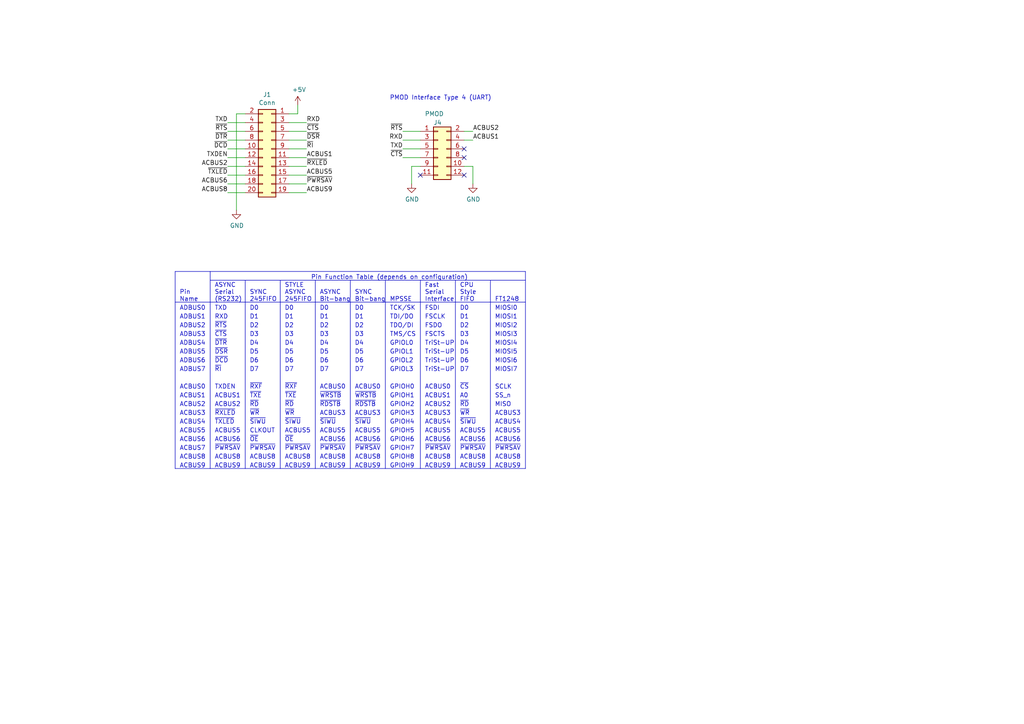
<source format=kicad_sch>
(kicad_sch (version 20230121) (generator eeschema)
  (paper "A4")
  (title_block (title "ftdi uart pmod adapter") (rev "V1.0a") (company "1BitSquared") (comment 1 "2018 (C) 1BitSquared <info@1bitsquared.com>") (comment 2 "2018 (C) Piotr Esden-Tempski <piotr@esden.net>") (comment 3 "License: CC-BY-SA 4.0"))
  (lib_symbols
    (symbol "Connector_Generic:Conn_02x06_Odd_Even" (pin_names (offset 1.016) hide)
      (property "Reference" "J" (at 1.27 7.62 0))
      (property "Value" "Conn_02x06_Odd_Even" (at 1.27 -10.16 0))
      (symbol "Conn_02x06_Odd_Even_1_1"
        (rectangle (start -1.27 -7.493) (end 0 -7.747) (stroke (width 0.1524)))
        (rectangle (start -1.27 -4.953) (end 0 -5.207) (stroke (width 0.1524)))
        (rectangle (start -1.27 -2.413) (end 0 -2.667) (stroke (width 0.1524)))
        (rectangle (start -1.27 0.127) (end 0 -0.127) (stroke (width 0.1524)))
        (rectangle (start -1.27 2.667) (end 0 2.413) (stroke (width 0.1524)))
        (rectangle (start -1.27 5.207) (end 0 4.953) (stroke (width 0.1524)))
        (rectangle (start -1.27 6.35) (end 3.81 -8.89) (stroke (width 0.254)) (fill (type background)))
        (rectangle (start 3.81 -7.493) (end 2.54 -7.747) (stroke (width 0.1524)))
        (rectangle (start 3.81 -4.953) (end 2.54 -5.207) (stroke (width 0.1524)))
        (rectangle (start 3.81 -2.413) (end 2.54 -2.667) (stroke (width 0.1524)))
        (rectangle (start 3.81 0.127) (end 2.54 -0.127) (stroke (width 0.1524)))
        (rectangle (start 3.81 2.667) (end 2.54 2.413) (stroke (width 0.1524)))
        (rectangle (start 3.81 5.207) (end 2.54 4.953) (stroke (width 0.1524)))
        (pin passive line (at -5.08 5.08 0) (length 3.81) (name "Pin_1") (number "1"))
        (pin passive line (at 7.62 -5.08 180) (length 3.81) (name "Pin_10") (number "10"))
        (pin passive line (at -5.08 -7.62 0) (length 3.81) (name "Pin_11") (number "11"))
        (pin passive line (at 7.62 -7.62 180) (length 3.81) (name "Pin_12") (number "12"))
        (pin passive line (at 7.62 5.08 180) (length 3.81) (name "Pin_2") (number "2"))
        (pin passive line (at -5.08 2.54 0) (length 3.81) (name "Pin_3") (number "3"))
        (pin passive line (at 7.62 2.54 180) (length 3.81) (name "Pin_4") (number "4"))
        (pin passive line (at -5.08 0 0) (length 3.81) (name "Pin_5") (number "5"))
        (pin passive line (at 7.62 0 180) (length 3.81) (name "Pin_6") (number "6"))
        (pin passive line (at -5.08 -2.54 0) (length 3.81) (name "Pin_7") (number "7"))
        (pin passive line (at 7.62 -2.54 180) (length 3.81) (name "Pin_8") (number "8"))
        (pin passive line (at -5.08 -5.08 0) (length 3.81) (name "Pin_9") (number "9"))
      )
    )
    (symbol "Connector_Generic:Conn_02x10_Odd_Even" (pin_names (offset 1.016) hide)
      (property "Reference" "J" (at 1.27 12.7 0))
      (property "Value" "Conn_02x10_Odd_Even" (at 1.27 -15.24 0))
      (symbol "Conn_02x10_Odd_Even_1_1"
        (rectangle (start -1.27 -12.573) (end 0 -12.827) (stroke (width 0.1524)))
        (rectangle (start -1.27 -10.033) (end 0 -10.287) (stroke (width 0.1524)))
        (rectangle (start -1.27 -7.493) (end 0 -7.747) (stroke (width 0.1524)))
        (rectangle (start -1.27 -4.953) (end 0 -5.207) (stroke (width 0.1524)))
        (rectangle (start -1.27 -2.413) (end 0 -2.667) (stroke (width 0.1524)))
        (rectangle (start -1.27 0.127) (end 0 -0.127) (stroke (width 0.1524)))
        (rectangle (start -1.27 2.667) (end 0 2.413) (stroke (width 0.1524)))
        (rectangle (start -1.27 5.207) (end 0 4.953) (stroke (width 0.1524)))
        (rectangle (start -1.27 7.747) (end 0 7.493) (stroke (width 0.1524)))
        (rectangle (start -1.27 10.287) (end 0 10.033) (stroke (width 0.1524)))
        (rectangle (start -1.27 11.43) (end 3.81 -13.97) (stroke (width 0.254)) (fill (type background)))
        (rectangle (start 3.81 -12.573) (end 2.54 -12.827) (stroke (width 0.1524)))
        (rectangle (start 3.81 -10.033) (end 2.54 -10.287) (stroke (width 0.1524)))
        (rectangle (start 3.81 -7.493) (end 2.54 -7.747) (stroke (width 0.1524)))
        (rectangle (start 3.81 -4.953) (end 2.54 -5.207) (stroke (width 0.1524)))
        (rectangle (start 3.81 -2.413) (end 2.54 -2.667) (stroke (width 0.1524)))
        (rectangle (start 3.81 0.127) (end 2.54 -0.127) (stroke (width 0.1524)))
        (rectangle (start 3.81 2.667) (end 2.54 2.413) (stroke (width 0.1524)))
        (rectangle (start 3.81 5.207) (end 2.54 4.953) (stroke (width 0.1524)))
        (rectangle (start 3.81 7.747) (end 2.54 7.493) (stroke (width 0.1524)))
        (rectangle (start 3.81 10.287) (end 2.54 10.033) (stroke (width 0.1524)))
        (pin passive line (at -5.08 10.16 0) (length 3.81) (name "Pin_1") (number "1"))
        (pin passive line (at 7.62 0 180) (length 3.81) (name "Pin_10") (number "10"))
        (pin passive line (at -5.08 -2.54 0) (length 3.81) (name "Pin_11") (number "11"))
        (pin passive line (at 7.62 -2.54 180) (length 3.81) (name "Pin_12") (number "12"))
        (pin passive line (at -5.08 -5.08 0) (length 3.81) (name "Pin_13") (number "13"))
        (pin passive line (at 7.62 -5.08 180) (length 3.81) (name "Pin_14") (number "14"))
        (pin passive line (at -5.08 -7.62 0) (length 3.81) (name "Pin_15") (number "15"))
        (pin passive line (at 7.62 -7.62 180) (length 3.81) (name "Pin_16") (number "16"))
        (pin passive line (at -5.08 -10.16 0) (length 3.81) (name "Pin_17") (number "17"))
        (pin passive line (at 7.62 -10.16 180) (length 3.81) (name "Pin_18") (number "18"))
        (pin passive line (at -5.08 -12.7 0) (length 3.81) (name "Pin_19") (number "19"))
        (pin passive line (at 7.62 10.16 180) (length 3.81) (name "Pin_2") (number "2"))
        (pin passive line (at 7.62 -12.7 180) (length 3.81) (name "Pin_20") (number "20"))
        (pin passive line (at -5.08 7.62 0) (length 3.81) (name "Pin_3") (number "3"))
        (pin passive line (at 7.62 7.62 180) (length 3.81) (name "Pin_4") (number "4"))
        (pin passive line (at -5.08 5.08 0) (length 3.81) (name "Pin_5") (number "5"))
        (pin passive line (at 7.62 5.08 180) (length 3.81) (name "Pin_6") (number "6"))
        (pin passive line (at -5.08 2.54 0) (length 3.81) (name "Pin_7") (number "7"))
        (pin passive line (at 7.62 2.54 180) (length 3.81) (name "Pin_8") (number "8"))
        (pin passive line (at -5.08 0 0) (length 3.81) (name "Pin_9") (number "9"))
      )
    )
    (symbol "power:+5V" (power) (pin_names (offset 0))
      (property "Value" "+5V" (at 0 3.556 0))
      (symbol "+5V_0_1"
        (polyline (pts (xy -0.762 1.27) (xy 0 2.54)))
        (polyline (pts (xy 0 0) (xy 0 2.54)))
        (polyline (pts (xy 0 2.54) (xy 0.762 1.27)))
      )
      (symbol "+5V_1_1"
        (pin power_in line (at 0 0 90) (length 0) hide (name "+5V") (number "1"))
      )
    )
    (symbol "power:GND" (power) (pin_names (offset 0))
      (property "Value" "GND" (at 0 -3.81 0))
      (symbol "GND_0_1"
        (polyline (pts (xy 0 0) (xy 0 -1.27) (xy 1.27 -1.27) (xy 0 -2.54) (xy -1.27 -1.27) (xy 0 -1.27)))
      )
      (symbol "GND_1_1"
        (pin power_in line (at 0 0 270) (length 0) hide (name "GND") (number "1"))
      )
    )
  )
  (no_connect (at 134.62 45.72))
  (no_connect (at 134.62 43.18))
  (no_connect (at 121.92 50.8))
  (no_connect (at 134.62 50.8))
  (wire (pts (xy 121.92 45.72) (xy 116.84 45.72)))
  (wire (pts (xy 137.16 48.26) (xy 137.16 53.34)))
  (wire (pts (xy 134.62 40.64) (xy 137.16 40.64)))
  (wire (pts (xy 71.12 50.8) (xy 66.04 50.8)))
  (polyline (pts (xy 152.4 135.89) (xy 50.8 135.89)))
  (wire (pts (xy 121.92 38.1) (xy 116.84 38.1)))
  (wire (pts (xy 71.12 35.56) (xy 66.04 35.56)))
  (wire (pts (xy 68.58 33.02) (xy 68.58 60.96)))
  (wire (pts (xy 83.82 45.72) (xy 88.9 45.72)))
  (polyline (pts (xy 71.12 135.89) (xy 71.12 81.28)))
  (wire (pts (xy 86.36 33.02) (xy 86.36 30.48)))
  (wire (pts (xy 68.58 33.02) (xy 71.12 33.02)))
  (wire (pts (xy 71.12 48.26) (xy 66.04 48.26)))
  (polyline (pts (xy 101.6 135.89) (xy 101.6 81.28)))
  (polyline (pts (xy 111.76 135.89) (xy 111.76 81.28)))
  (wire (pts (xy 83.82 38.1) (xy 88.9 38.1)))
  (polyline (pts (xy 91.44 135.89) (xy 91.44 81.28)))
  (wire (pts (xy 83.82 40.64) (xy 88.9 40.64)))
  (wire (pts (xy 121.92 48.26) (xy 119.38 48.26)))
  (wire (pts (xy 71.12 45.72) (xy 66.04 45.72)))
  (wire (pts (xy 83.82 35.56) (xy 88.9 35.56)))
  (wire (pts (xy 83.82 50.8) (xy 88.9 50.8)))
  (polyline (pts (xy 121.92 135.89) (xy 121.92 81.28)))
  (polyline (pts (xy 50.8 78.74) (xy 50.8 135.89)))
  (wire (pts (xy 71.12 53.34) (xy 66.04 53.34)))
  (wire (pts (xy 71.12 55.88) (xy 66.04 55.88)))
  (polyline (pts (xy 142.24 135.89) (xy 142.24 81.28)))
  (wire (pts (xy 121.92 40.64) (xy 116.84 40.64)))
  (wire (pts (xy 71.12 43.18) (xy 66.04 43.18)))
  (polyline (pts (xy 60.96 78.74) (xy 60.96 135.89)))
  (wire (pts (xy 83.82 43.18) (xy 88.9 43.18)))
  (wire (pts (xy 134.62 38.1) (xy 137.16 38.1)))
  (wire (pts (xy 83.82 53.34) (xy 88.9 53.34)))
  (wire (pts (xy 121.92 43.18) (xy 116.84 43.18)))
  (wire (pts (xy 134.62 48.26) (xy 137.16 48.26)))
  (wire (pts (xy 83.82 55.88) (xy 88.9 55.88)))
  (wire (pts (xy 83.82 48.26) (xy 88.9 48.26)))
  (wire (pts (xy 86.36 33.02) (xy 83.82 33.02)))
  (polyline (pts (xy 50.8 87.63) (xy 152.4 87.63)))
  (wire (pts (xy 71.12 40.64) (xy 66.04 40.64)))
  (polyline (pts (xy 152.4 78.74) (xy 152.4 135.89)))
  (polyline (pts (xy 81.28 135.89) (xy 81.28 81.28)))
  (polyline (pts (xy 60.96 81.28) (xy 152.4 81.28)))
  (wire (pts (xy 71.12 38.1) (xy 66.04 38.1)))
  (polyline (pts (xy 132.08 135.89) (xy 132.08 81.28)))
  (wire (pts (xy 119.38 48.26) (xy 119.38 53.34)))
  (polyline (pts (xy 50.8 78.74) (xy 152.4 78.74)))
  (text "ACBUS1" (at 62.23 115.57 0) (effects (font (size 1.27 1.27)) (justify left bottom)))
  (text "MIOSI4" (at 143.51 100.33 0) (effects (font (size 1.27 1.27)) (justify left bottom)))
  (text "GPIOH6" (at 113.03 128.27 0) (effects (font (size 1.27 1.27)) (justify left bottom)))
  (text "ACBUS6" (at 123.19 128.27 0) (effects (font (size 1.27 1.27)) (justify left bottom)))
  (text "~{RXLED}" (at 62.23 120.65 0) (effects (font (size 1.27 1.27)) (justify left bottom)))
  (text "ACBUS0" (at 123.19 113.03 0) (effects (font (size 1.27 1.27)) (justify left bottom)))
  (text "ADBUS5" (at 52.07 102.87 0) (effects (font (size 1.27 1.27)) (justify left bottom)))
  (text "~{DSR}" (at 62.23 102.87 0) (effects (font (size 1.27 1.27)) (justify left bottom)))
  (text "MIOSI0" (at 143.51 90.17 0) (effects (font (size 1.27 1.27)) (justify left bottom)))
  (text "MIOSI3" (at 143.51 97.79 0) (effects (font (size 1.27 1.27)) (justify left bottom)))
  (text "~{RD}" (at 82.55 118.11 0) (effects (font (size 1.27 1.27)) (justify left bottom)))
  (text "D7" (at 72.39 107.95 0) (effects (font (size 1.27 1.27)) (justify left bottom)))
  (text "D7" (at 102.87 107.95 0) (effects (font (size 1.27 1.27)) (justify left bottom)))
  (text "ACBUS5" (at 102.87 125.73 0) (effects (font (size 1.27 1.27)) (justify left bottom)))
  (text "~{TXE}" (at 82.55 115.57 0) (effects (font (size 1.27 1.27)) (justify left bottom)))
  (text "~{SIWU}" (at 72.39 123.19 0) (effects (font (size 1.27 1.27)) (justify left bottom)))
  (text "MIOSI6" (at 143.51 105.41 0) (effects (font (size 1.27 1.27)) (justify left bottom)))
  (text "D5" (at 82.55 102.87 0) (effects (font (size 1.27 1.27)) (justify left bottom)))
  (text "ACBUS5" (at 123.19 125.73 0) (effects (font (size 1.27 1.27)) (justify left bottom)))
  (text "D5" (at 92.71 102.87 0) (effects (font (size 1.27 1.27)) (justify left bottom)))
  (text "~{TXE}" (at 72.39 115.57 0) (effects (font (size 1.27 1.27)) (justify left bottom)))
  (text "D0" (at 82.55 90.17 0) (effects (font (size 1.27 1.27)) (justify left bottom)))
  (text "D3" (at 82.55 97.79 0) (effects (font (size 1.27 1.27)) (justify left bottom)))
  (text "D1" (at 72.39 92.71 0) (effects (font (size 1.27 1.27)) (justify left bottom)))
  (text "~{PWRSAV}" (at 102.87 130.81 0) (effects (font (size 1.27 1.27)) (justify left bottom)))
  (text "ACBUS3" (at 52.07 120.65 0) (effects (font (size 1.27 1.27)) (justify left bottom)))
  (text "ACBUS1" (at 123.19 115.57 0) (effects (font (size 1.27 1.27)) (justify left bottom)))
  (text "MIOSI7" (at 143.51 107.95 0) (effects (font (size 1.27 1.27)) (justify left bottom)))
  (text "~{RDSTB}" (at 92.71 118.11 0) (effects (font (size 1.27 1.27)) (justify left bottom)))
  (text "FSCTS" (at 123.19 97.79 0) (effects (font (size 1.27 1.27)) (justify left bottom)))
  (text "~{DTR}" (at 62.23 100.33 0) (effects (font (size 1.27 1.27)) (justify left bottom)))
  (text "D0" (at 92.71 90.17 0) (effects (font (size 1.27 1.27)) (justify left bottom)))
  (text "MISO" (at 143.51 118.11 0) (effects (font (size 1.27 1.27)) (justify left bottom)))
  (text "~{TXLED}" (at 62.23 123.19 0) (effects (font (size 1.27 1.27)) (justify left bottom)))
  (text "TXDEN" (at 62.23 113.03 0) (effects (font (size 1.27 1.27)) (justify left bottom)))
  (text "ADBUS0" (at 52.07 90.17 0) (effects (font (size 1.27 1.27)) (justify left bottom)))
  (text "TXD" (at 62.23 90.17 0) (effects (font (size 1.27 1.27)) (justify left bottom)))
  (text "TriSt-UP" (at 123.19 100.33 0) (effects (font (size 1.27 1.27)) (justify left bottom)))
  (text "SYNC\nBit-bang" (at 102.87 87.63 0) (effects (font (size 1.27 1.27)) (justify left bottom)))
  (text "ACBUS9" (at 143.51 135.89 0) (effects (font (size 1.27 1.27)) (justify left bottom)))
  (text "ADBUS7" (at 52.07 107.95 0) (effects (font (size 1.27 1.27)) (justify left bottom)))
  (text "~{SIWU}" (at 82.55 123.19 0) (effects (font (size 1.27 1.27)) (justify left bottom)))
  (text "ADBUS2" (at 52.07 95.25 0) (effects (font (size 1.27 1.27)) (justify left bottom)))
  (text "D4" (at 102.87 100.33 0) (effects (font (size 1.27 1.27)) (justify left bottom)))
  (text "~{PWRSAV}" (at 123.19 130.81 0) (effects (font (size 1.27 1.27)) (justify left bottom)))
  (text "GPIOH0" (at 113.03 113.03 0) (effects (font (size 1.27 1.27)) (justify left bottom)))
  (text "D6" (at 72.39 105.41 0) (effects (font (size 1.27 1.27)) (justify left bottom)))
  (text "~{RXF}" (at 72.39 113.03 0) (effects (font (size 1.27 1.27)) (justify left bottom)))
  (text "STYLE\nASYNC\n245FIFO" (at 82.55 87.63 0) (effects (font (size 1.27 1.27)) (justify left bottom)))
  (text "Fast\nSerial\nInterface" (at 123.19 87.63 0) (effects (font (size 1.27 1.27)) (justify left bottom)))
  (text "ACBUS2" (at 62.23 118.11 0) (effects (font (size 1.27 1.27)) (justify left bottom)))
  (text "ASYNC\nBit-bang" (at 92.71 87.63 0) (effects (font (size 1.27 1.27)) (justify left bottom)))
  (text "~{RXF}" (at 82.55 113.03 0) (effects (font (size 1.27 1.27)) (justify left bottom)))
  (text "CLKOUT" (at 72.39 125.73 0) (effects (font (size 1.27 1.27)) (justify left bottom)))
  (text "D6" (at 102.87 105.41 0) (effects (font (size 1.27 1.27)) (justify left bottom)))
  (text "D3" (at 92.71 97.79 0) (effects (font (size 1.27 1.27)) (justify left bottom)))
  (text "~{OE}" (at 82.55 128.27 0) (effects (font (size 1.27 1.27)) (justify left bottom)))
  (text "ACBUS5" (at 143.51 125.73 0) (effects (font (size 1.27 1.27)) (justify left bottom)))
  (text "GPIOL0" (at 113.03 100.33 0) (effects (font (size 1.27 1.27)) (justify left bottom)))
  (text "D5" (at 133.35 102.87 0) (effects (font (size 1.27 1.27)) (justify left bottom)))
  (text "RXD" (at 62.23 92.71 0) (effects (font (size 1.27 1.27)) (justify left bottom)))
  (text "ACBUS4" (at 143.51 123.19 0) (effects (font (size 1.27 1.27)) (justify left bottom)))
  (text "TDI/DO" (at 113.03 92.71 0) (effects (font (size 1.27 1.27)) (justify left bottom)))
  (text "ACBUS2" (at 123.19 118.11 0) (effects (font (size 1.27 1.27)) (justify left bottom)))
  (text "GPIOH1" (at 113.03 115.57 0) (effects (font (size 1.27 1.27)) (justify left bottom)))
  (text "GPIOL2" (at 113.03 105.41 0) (effects (font (size 1.27 1.27)) (justify left bottom)))
  (text "ACBUS7" (at 52.07 130.81 0) (effects (font (size 1.27 1.27)) (justify left bottom)))
  (text "ACBUS6" (at 62.23 128.27 0) (effects (font (size 1.27 1.27)) (justify left bottom)))
  (text "SCLK" (at 143.51 113.03 0) (effects (font (size 1.27 1.27)) (justify left bottom)))
  (text "ACBUS8" (at 123.19 133.35 0) (effects (font (size 1.27 1.27)) (justify left bottom)))
  (text "ACBUS0" (at 102.87 113.03 0) (effects (font (size 1.27 1.27)) (justify left bottom)))
  (text "ACBUS9" (at 123.19 135.89 0) (effects (font (size 1.27 1.27)) (justify left bottom)))
  (text "D4" (at 92.71 100.33 0) (effects (font (size 1.27 1.27)) (justify left bottom)))
  (text "~{WR}" (at 72.39 120.65 0) (effects (font (size 1.27 1.27)) (justify left bottom)))
  (text "ACBUS8" (at 82.55 133.35 0) (effects (font (size 1.27 1.27)) (justify left bottom)))
  (text "ACBUS4" (at 52.07 123.19 0) (effects (font (size 1.27 1.27)) (justify left bottom)))
  (text "D4" (at 82.55 100.33 0) (effects (font (size 1.27 1.27)) (justify left bottom)))
  (text "GPIOH2" (at 113.03 118.11 0) (effects (font (size 1.27 1.27)) (justify left bottom)))
  (text "D7" (at 133.35 107.95 0) (effects (font (size 1.27 1.27)) (justify left bottom)))
  (text "ACBUS2" (at 52.07 118.11 0) (effects (font (size 1.27 1.27)) (justify left bottom)))
  (text "~{WR}" (at 82.55 120.65 0) (effects (font (size 1.27 1.27)) (justify left bottom)))
  (text "D3" (at 133.35 97.79 0) (effects (font (size 1.27 1.27)) (justify left bottom)))
  (text "ACBUS8" (at 62.23 133.35 0) (effects (font (size 1.27 1.27)) (justify left bottom)))
  (text "ACBUS5" (at 133.35 125.73 0) (effects (font (size 1.27 1.27)) (justify left bottom)))
  (text "Pin Function Table (depends on configuration)" (at 90.17 81.28 0) (effects (font (size 1.27 1.27)) (justify left bottom)))
  (text "~{CS}" (at 133.35 113.03 0) (effects (font (size 1.27 1.27)) (justify left bottom)))
  (text "ASYNC\nSerial\n(RS232)" (at 62.23 87.63 0) (effects (font (size 1.27 1.27)) (justify left bottom)))
  (text "GPIOL3" (at 113.03 107.95 0) (effects (font (size 1.27 1.27)) (justify left bottom)))
  (text "ACBUS8" (at 133.35 133.35 0) (effects (font (size 1.27 1.27)) (justify left bottom)))
  (text "D2" (at 82.55 95.25 0) (effects (font (size 1.27 1.27)) (justify left bottom)))
  (text "D1" (at 82.55 92.71 0) (effects (font (size 1.27 1.27)) (justify left bottom)))
  (text "MIOSI1" (at 143.51 92.71 0) (effects (font (size 1.27 1.27)) (justify left bottom)))
  (text "ACBUS6" (at 143.51 128.27 0) (effects (font (size 1.27 1.27)) (justify left bottom)))
  (text "ACBUS9" (at 82.55 135.89 0) (effects (font (size 1.27 1.27)) (justify left bottom)))
  (text "~{RDSTB}" (at 102.87 118.11 0) (effects (font (size 1.27 1.27)) (justify left bottom)))
  (text "~{WR}" (at 133.35 120.65 0) (effects (font (size 1.27 1.27)) (justify left bottom)))
  (text "ACBUS6" (at 52.07 128.27 0) (effects (font (size 1.27 1.27)) (justify left bottom)))
  (text "TriSt-UP" (at 123.19 105.41 0) (effects (font (size 1.27 1.27)) (justify left bottom)))
  (text "FT1248" (at 143.51 87.63 0) (effects (font (size 1.27 1.27)) (justify left bottom)))
  (text "D1" (at 133.35 92.71 0) (effects (font (size 1.27 1.27)) (justify left bottom)))
  (text "D3" (at 72.39 97.79 0) (effects (font (size 1.27 1.27)) (justify left bottom)))
  (text "A0" (at 133.35 115.57 0) (effects (font (size 1.27 1.27)) (justify left bottom)))
  (text "D7" (at 92.71 107.95 0) (effects (font (size 1.27 1.27)) (justify left bottom)))
  (text "~{OE}" (at 72.39 128.27 0) (effects (font (size 1.27 1.27)) (justify left bottom)))
  (text "ACBUS5" (at 62.23 125.73 0) (effects (font (size 1.27 1.27)) (justify left bottom)))
  (text "GPIOH7" (at 113.03 130.81 0) (effects (font (size 1.27 1.27)) (justify left bottom)))
  (text "D5" (at 102.87 102.87 0) (effects (font (size 1.27 1.27)) (justify left bottom)))
  (text "MIOSI2" (at 143.51 95.25 0) (effects (font (size 1.27 1.27)) (justify left bottom)))
  (text "D6" (at 82.55 105.41 0) (effects (font (size 1.27 1.27)) (justify left bottom)))
  (text "GPIOH3" (at 113.03 120.65 0) (effects (font (size 1.27 1.27)) (justify left bottom)))
  (text "TCK/SK" (at 113.03 90.17 0) (effects (font (size 1.27 1.27)) (justify left bottom)))
  (text "ACBUS5" (at 82.55 125.73 0) (effects (font (size 1.27 1.27)) (justify left bottom)))
  (text "ACBUS9" (at 102.87 135.89 0) (effects (font (size 1.27 1.27)) (justify left bottom)))
  (text "ACBUS3" (at 102.87 120.65 0) (effects (font (size 1.27 1.27)) (justify left bottom)))
  (text "ACBUS9" (at 133.35 135.89 0) (effects (font (size 1.27 1.27)) (justify left bottom)))
  (text "D5" (at 72.39 102.87 0) (effects (font (size 1.27 1.27)) (justify left bottom)))
  (text "ACBUS0" (at 52.07 113.03 0) (effects (font (size 1.27 1.27)) (justify left bottom)))
  (text "D4" (at 133.35 100.33 0) (effects (font (size 1.27 1.27)) (justify left bottom)))
  (text "~{RD}" (at 72.39 118.11 0) (effects (font (size 1.27 1.27)) (justify left bottom)))
  (text "ADBUS4" (at 52.07 100.33 0) (effects (font (size 1.27 1.27)) (justify left bottom)))
  (text "ACBUS8" (at 143.51 133.35 0) (effects (font (size 1.27 1.27)) (justify left bottom)))
  (text "ACBUS9" (at 92.71 135.89 0) (effects (font (size 1.27 1.27)) (justify left bottom)))
  (text "ACBUS5" (at 52.07 125.73 0) (effects (font (size 1.27 1.27)) (justify left bottom)))
  (text "GPIOH5" (at 113.03 125.73 0) (effects (font (size 1.27 1.27)) (justify left bottom)))
  (text "ADBUS3" (at 52.07 97.79 0) (effects (font (size 1.27 1.27)) (justify left bottom)))
  (text "~{CTS}" (at 62.23 97.79 0) (effects (font (size 1.27 1.27)) (justify left bottom)))
  (text "SYNC\n245FIFO" (at 72.39 87.63 0) (effects (font (size 1.27 1.27)) (justify left bottom)))
  (text "ADBUS1" (at 52.07 92.71 0) (effects (font (size 1.27 1.27)) (justify left bottom)))
  (text "~{PWRSAV}" (at 92.71 130.81 0) (effects (font (size 1.27 1.27)) (justify left bottom)))
  (text "D6" (at 133.35 105.41 0) (effects (font (size 1.27 1.27)) (justify left bottom)))
  (text "ACBUS3" (at 92.71 120.65 0) (effects (font (size 1.27 1.27)) (justify left bottom)))
  (text "GPIOH4" (at 113.03 123.19 0) (effects (font (size 1.27 1.27)) (justify left bottom)))
  (text "FSDI" (at 123.19 90.17 0) (effects (font (size 1.27 1.27)) (justify left bottom)))
  (text "D4" (at 72.39 100.33 0) (effects (font (size 1.27 1.27)) (justify left bottom)))
  (text "CPU\nStyle\nFIFO" (at 133.35 87.63 0) (effects (font (size 1.27 1.27)) (justify left bottom)))
  (text "D0" (at 72.39 90.17 0) (effects (font (size 1.27 1.27)) (justify left bottom)))
  (text "~{PWRSAV}" (at 133.35 130.81 0) (effects (font (size 1.27 1.27)) (justify left bottom)))
  (text "ACBUS9" (at 62.23 135.89 0) (effects (font (size 1.27 1.27)) (justify left bottom)))
  (text "D2" (at 133.35 95.25 0) (effects (font (size 1.27 1.27)) (justify left bottom)))
  (text "~{DCD}" (at 62.23 105.41 0) (effects (font (size 1.27 1.27)) (justify left bottom)))
  (text "MPSSE" (at 113.03 87.63 0) (effects (font (size 1.27 1.27)) (justify left bottom)))
  (text "TriSt-UP" (at 123.19 107.95 0) (effects (font (size 1.27 1.27)) (justify left bottom)))
  (text "TMS/CS" (at 113.03 97.79 0) (effects (font (size 1.27 1.27)) (justify left bottom)))
  (text "GPIOH9" (at 113.03 135.89 0) (effects (font (size 1.27 1.27)) (justify left bottom)))
  (text "SS_n" (at 143.51 115.57 0) (effects (font (size 1.27 1.27)) (justify left bottom)))
  (text "TriSt-UP" (at 123.19 102.87 0) (effects (font (size 1.27 1.27)) (justify left bottom)))
  (text "ACBUS8" (at 102.87 133.35 0) (effects (font (size 1.27 1.27)) (justify left bottom)))
  (text "ACBUS6" (at 102.87 128.27 0) (effects (font (size 1.27 1.27)) (justify left bottom)))
  (text "ACBUS6" (at 133.35 128.27 0) (effects (font (size 1.27 1.27)) (justify left bottom)))
  (text "ACBUS3" (at 123.19 120.65 0) (effects (font (size 1.27 1.27)) (justify left bottom)))
  (text "~{PWRSAV}" (at 72.39 130.81 0) (effects (font (size 1.27 1.27)) (justify left bottom)))
  (text "ACBUS5" (at 92.71 125.73 0) (effects (font (size 1.27 1.27)) (justify left bottom)))
  (text "D1" (at 92.71 92.71 0) (effects (font (size 1.27 1.27)) (justify left bottom)))
  (text "FSDO" (at 123.19 95.25 0) (effects (font (size 1.27 1.27)) (justify left bottom)))
  (text "PMOD Interface Type 4 (UART)" (at 113.03 29.21 0) (effects (font (size 1.27 1.27)) (justify left bottom)))
  (text "FSCLK" (at 123.19 92.71 0) (effects (font (size 1.27 1.27)) (justify left bottom)))
  (text "GPIOH8" (at 113.03 133.35 0) (effects (font (size 1.27 1.27)) (justify left bottom)))
  (text "~{WRSTB}" (at 102.87 115.57 0) (effects (font (size 1.27 1.27)) (justify left bottom)))
  (text "~{WRSTB}" (at 92.71 115.57 0) (effects (font (size 1.27 1.27)) (justify left bottom)))
  (text "~{SIWU}" (at 102.87 123.19 0) (effects (font (size 1.27 1.27)) (justify left bottom)))
  (text "D2" (at 102.87 95.25 0) (effects (font (size 1.27 1.27)) (justify left bottom)))
  (text "ACBUS6" (at 92.71 128.27 0) (effects (font (size 1.27 1.27)) (justify left bottom)))
  (text "~{RTS}" (at 62.23 95.25 0) (effects (font (size 1.27 1.27)) (justify left bottom)))
  (text "ACBUS8" (at 52.07 133.35 0) (effects (font (size 1.27 1.27)) (justify left bottom)))
  (text "GPIOL1" (at 113.03 102.87 0) (effects (font (size 1.27 1.27)) (justify left bottom)))
  (text "D2" (at 72.39 95.25 0) (effects (font (size 1.27 1.27)) (justify left bottom)))
  (text "ADBUS6" (at 52.07 105.41 0) (effects (font (size 1.27 1.27)) (justify left bottom)))
  (text "~{PWRSAV}" (at 82.55 130.81 0) (effects (font (size 1.27 1.27)) (justify left bottom)))
  (text "TDO/DI" (at 113.03 95.25 0) (effects (font (size 1.27 1.27)) (justify left bottom)))
  (text "D2" (at 92.71 95.25 0) (effects (font (size 1.27 1.27)) (justify left bottom)))
  (text "ACBUS0" (at 92.71 113.03 0) (effects (font (size 1.27 1.27)) (justify left bottom)))
  (text "Pin\nName" (at 52.07 87.63 0) (effects (font (size 1.27 1.27)) (justify left bottom)))
  (text "~{SIWU}" (at 92.71 123.19 0) (effects (font (size 1.27 1.27)) (justify left bottom)))
  (text "D7" (at 82.55 107.95 0) (effects (font (size 1.27 1.27)) (justify left bottom)))
  (text "D0" (at 133.35 90.17 0) (effects (font (size 1.27 1.27)) (justify left bottom)))
  (text "ACBUS4" (at 123.19 123.19 0) (effects (font (size 1.27 1.27)) (justify left bottom)))
  (text "~{PWRSAV}" (at 62.23 130.81 0) (effects (font (size 1.27 1.27)) (justify left bottom)))
  (text "ACBUS8" (at 72.39 133.35 0) (effects (font (size 1.27 1.27)) (justify left bottom)))
  (text "~{PWRSAV}" (at 143.51 130.81 0) (effects (font (size 1.27 1.27)) (justify left bottom)))
  (text "D0" (at 102.87 90.17 0) (effects (font (size 1.27 1.27)) (justify left bottom)))
  (text "MIOSI5" (at 143.51 102.87 0) (effects (font (size 1.27 1.27)) (justify left bottom)))
  (text "ACBUS1" (at 52.07 115.57 0) (effects (font (size 1.27 1.27)) (justify left bottom)))
  (text "ACBUS9" (at 72.39 135.89 0) (effects (font (size 1.27 1.27)) (justify left bottom)))
  (text "D3" (at 102.87 97.79 0) (effects (font (size 1.27 1.27)) (justify left bottom)))
  (text "ACBUS9" (at 52.07 135.89 0) (effects (font (size 1.27 1.27)) (justify left bottom)))
  (text "D6" (at 92.71 105.41 0) (effects (font (size 1.27 1.27)) (justify left bottom)))
  (text "ACBUS8" (at 92.71 133.35 0) (effects (font (size 1.27 1.27)) (justify left bottom)))
  (text "~{RD}" (at 133.35 118.11 0) (effects (font (size 1.27 1.27)) (justify left bottom)))
  (text "~{RI}" (at 62.23 107.95 0) (effects (font (size 1.27 1.27)) (justify left bottom)))
  (text "ACBUS3" (at 143.51 120.65 0) (effects (font (size 1.27 1.27)) (justify left bottom)))
  (text "~{SIWU}" (at 133.35 123.19 0) (effects (font (size 1.27 1.27)) (justify left bottom)))
  (text "D1" (at 102.87 92.71 0) (effects (font (size 1.27 1.27)) (justify left bottom)))
  (label "ACBUS2" (at 137.16 38.1 0))
  (label "~{RTS}" (at 66.04 38.1 180))
  (label "~{TXLED}" (at 66.04 50.8 180))
  (label "ACBUS5" (at 88.9 50.8 0))
  (label "RXD" (at 116.84 40.64 180))
  (label "TXD" (at 66.04 35.56 180))
  (label "~{DCD}" (at 66.04 43.18 180))
  (label "~{DSR}" (at 88.9 40.64 0))
  (label "TXD" (at 116.84 43.18 180))
  (label "~{DTR}" (at 66.04 40.64 180))
  (label "ACBUS1" (at 137.16 40.64 0))
  (label "RXD" (at 88.9 35.56 0))
  (label "ACBUS2" (at 66.04 48.26 180))
  (label "~{RI}" (at 88.9 43.18 0))
  (label "ACBUS8" (at 66.04 55.88 180))
  (label "~{PWRSAV}" (at 88.9 53.34 0))
  (label "ACBUS6" (at 66.04 53.34 180))
  (label "~{CTS}" (at 116.84 45.72 180))
  (label "~{RTS}" (at 116.84 38.1 180))
  (label "~{CTS}" (at 88.9 38.1 0))
  (label "ACBUS1" (at 88.9 45.72 0))
  (label "ACBUS9" (at 88.9 55.88 0))
  (label "TXDEN" (at 66.04 45.72 180))
  (label "~{RXLED}" (at 88.9 48.26 0))
  (symbol (lib_id "power:GND") (at 137.16 53.34 0) (unit 1)
    (property "Reference" "#PWR0104" (effects hide))
    (property "Value" "GND" (at 137.287 57.8104 0))
  )
  (symbol (lib_id "Connector_Generic:Conn_02x06_Odd_Even") (at 127 43.18 0) (unit 1)
    (property "Reference" "J4" (at 125.73 35.56 0) (effects (justify left)))
    (property "Value" "PMOD" (at 123.19 33.02 0) (effects (justify left)))
    (property "Footprint" "Connector_PinHeader_2.54mm:PinHeader_2x06_P2.54mm_Horizontal" (effects hide))
    (property "Source" "ANY" (effects hide))
  )
  (symbol (lib_id "power:GND") (at 119.38 53.34 0) (unit 1)
    (property "Reference" "#PWR0103" (effects hide))
    (property "Value" "GND" (at 119.507 57.8104 0))
  )
  (symbol (lib_id "Connector_Generic:Conn_02x10_Odd_Even") (at 78.74 43.18 0) (mirror y) (unit 1)
    (property "Reference" "J1" (at 77.47 27.432 0))
    (property "Value" "Conn" (at 77.47 29.7942 0))
    (property "Footprint" "pkl_samtec:FTSH-EDGE-20pin" (effects hide))
    (property "Key" "conn-th-005in-2-10-hdr-ra" (effects hide))
    (property "Source" "ANY" (effects hide))
  )
  (symbol (lib_id "power:+5V") (at 86.36 30.48 0) (unit 1)
    (property "Reference" "#PWR0101" (effects hide))
    (property "Value" "+5V" (at 86.741 26.0096 0))
  )
  (symbol (lib_id "power:GND") (at 68.58 60.96 0) (unit 1)
    (property "Reference" "#PWR0102" (effects hide))
    (property "Value" "GND" (at 68.707 65.4304 0))
  )
)
</source>
